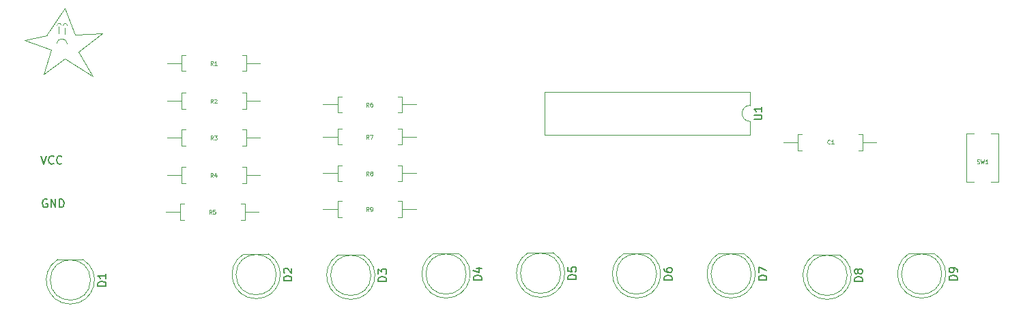
<source format=gto>
%TF.GenerationSoftware,KiCad,Pcbnew,5.1.9+dfsg1-1*%
%TF.CreationDate,2021-09-18T19:11:01-05:00*%
%TF.ProjectId,larson_scanner,6c617273-6f6e-45f7-9363-616e6e65722e,rev?*%
%TF.SameCoordinates,Original*%
%TF.FileFunction,Legend,Top*%
%TF.FilePolarity,Positive*%
%FSLAX46Y46*%
G04 Gerber Fmt 4.6, Leading zero omitted, Abs format (unit mm)*
G04 Created by KiCad (PCBNEW 5.1.9+dfsg1-1) date 2021-09-18 19:11:01*
%MOMM*%
%LPD*%
G01*
G04 APERTURE LIST*
%ADD10C,0.120000*%
%ADD11C,0.150000*%
%ADD12C,0.050000*%
%ADD13C,3.000000*%
%ADD14C,1.800000*%
%ADD15R,1.800000X1.800000*%
%ADD16C,1.400000*%
%ADD17O,1.400000X1.400000*%
%ADD18C,2.000000*%
%ADD19O,1.600000X1.600000*%
%ADD20R,1.600000X1.600000*%
G04 APERTURE END LIST*
D10*
%TO.C,D4*%
X147255000Y-94060000D02*
X144165000Y-94060000D01*
X148210000Y-96620000D02*
G75*
G03*
X148210000Y-96620000I-2500000J0D01*
G01*
X145710462Y-99610000D02*
G75*
G02*
X144165170Y-94060000I-462J2990000D01*
G01*
X145709538Y-99610000D02*
G75*
G03*
X147254830Y-94060000I462J2990000D01*
G01*
%TO.C,R1*%
X113430000Y-69400000D02*
X112930000Y-69400000D01*
X113430000Y-71400000D02*
X112930000Y-71400000D01*
X120930000Y-69400000D02*
X120430000Y-69400000D01*
X120930000Y-71400000D02*
X120430000Y-71400000D01*
X112930000Y-69400000D02*
X112930000Y-71400000D01*
X120930000Y-69400000D02*
X120930000Y-71400000D01*
X112930000Y-70400000D02*
X110930000Y-70400000D01*
X122930000Y-70400000D02*
X120930000Y-70400000D01*
%TO.C,REF\u002A\u002A*%
X98436840Y-66013020D02*
X98416520Y-66805500D01*
X97644360Y-65891100D02*
X97664680Y-66703900D01*
X93455900Y-67590360D02*
X96206720Y-67003620D01*
X96719800Y-68766380D02*
X93455900Y-67590360D01*
X95767300Y-71811840D02*
X96719800Y-68766380D01*
X98408900Y-69866200D02*
X95767300Y-71811840D01*
X101858220Y-72068380D02*
X98408900Y-69866200D01*
X100133560Y-69022920D02*
X101858220Y-72068380D01*
X103105360Y-66673420D02*
X100133560Y-69022920D01*
X99691600Y-66894400D02*
X103105360Y-66673420D01*
X98408900Y-63556840D02*
X99691600Y-66894400D01*
X96097500Y-66968060D02*
X98408900Y-63556840D01*
X98224013Y-65748188D02*
G75*
G02*
X98726399Y-65726001I250927J17108D01*
G01*
X97459473Y-65730408D02*
G75*
G02*
X97961859Y-65708221I250927J17108D01*
G01*
X97402833Y-67976815D02*
G75*
G02*
X98701000Y-68004380I647928J-68204D01*
G01*
%TO.C,SW1*%
X213260000Y-85170000D02*
X214260000Y-85170000D01*
X210260000Y-85170000D02*
X211260000Y-85170000D01*
X213260000Y-79170000D02*
X214260000Y-79170000D01*
X214260000Y-79170000D02*
X214260000Y-85170000D01*
X210260000Y-79170000D02*
X210260000Y-85170000D01*
X210260000Y-79170000D02*
X211260000Y-79170000D01*
%TO.C,U1*%
X183440000Y-79300000D02*
X183440000Y-77650000D01*
X157920000Y-79300000D02*
X183440000Y-79300000D01*
X157920000Y-74000000D02*
X157920000Y-79300000D01*
X183440000Y-74000000D02*
X157920000Y-74000000D01*
X183440000Y-75650000D02*
X183440000Y-74000000D01*
X183440000Y-77650000D02*
G75*
G02*
X183440000Y-75650000I0J1000000D01*
G01*
%TO.C,R9*%
X132750000Y-87550000D02*
X132250000Y-87550000D01*
X132750000Y-89550000D02*
X132250000Y-89550000D01*
X140250000Y-87550000D02*
X139750000Y-87550000D01*
X140250000Y-89550000D02*
X139750000Y-89550000D01*
X132250000Y-87550000D02*
X132250000Y-89550000D01*
X140250000Y-87550000D02*
X140250000Y-89550000D01*
X132250000Y-88550000D02*
X130250000Y-88550000D01*
X142250000Y-88550000D02*
X140250000Y-88550000D01*
%TO.C,R8*%
X132750000Y-83100000D02*
X132250000Y-83100000D01*
X132750000Y-85100000D02*
X132250000Y-85100000D01*
X140250000Y-83100000D02*
X139750000Y-83100000D01*
X140250000Y-85100000D02*
X139750000Y-85100000D01*
X132250000Y-83100000D02*
X132250000Y-85100000D01*
X140250000Y-83100000D02*
X140250000Y-85100000D01*
X132250000Y-84100000D02*
X130250000Y-84100000D01*
X142250000Y-84100000D02*
X140250000Y-84100000D01*
%TO.C,R7*%
X132750000Y-78550000D02*
X132250000Y-78550000D01*
X132750000Y-80550000D02*
X132250000Y-80550000D01*
X140250000Y-78550000D02*
X139750000Y-78550000D01*
X140250000Y-80550000D02*
X139750000Y-80550000D01*
X132250000Y-78550000D02*
X132250000Y-80550000D01*
X140250000Y-78550000D02*
X140250000Y-80550000D01*
X132250000Y-79550000D02*
X130250000Y-79550000D01*
X142250000Y-79550000D02*
X140250000Y-79550000D01*
%TO.C,R6*%
X132750000Y-74550000D02*
X132250000Y-74550000D01*
X132750000Y-76550000D02*
X132250000Y-76550000D01*
X140250000Y-74550000D02*
X139750000Y-74550000D01*
X140250000Y-76550000D02*
X139750000Y-76550000D01*
X132250000Y-74550000D02*
X132250000Y-76550000D01*
X140250000Y-74550000D02*
X140250000Y-76550000D01*
X132250000Y-75550000D02*
X130250000Y-75550000D01*
X142250000Y-75550000D02*
X140250000Y-75550000D01*
%TO.C,R5*%
X113250000Y-87880000D02*
X112750000Y-87880000D01*
X113250000Y-89880000D02*
X112750000Y-89880000D01*
X120750000Y-87880000D02*
X120250000Y-87880000D01*
X120750000Y-89880000D02*
X120250000Y-89880000D01*
X112750000Y-87880000D02*
X112750000Y-89880000D01*
X120750000Y-87880000D02*
X120750000Y-89880000D01*
X112750000Y-88880000D02*
X110750000Y-88880000D01*
X122750000Y-88880000D02*
X120750000Y-88880000D01*
%TO.C,R4*%
X113430000Y-83340000D02*
X112930000Y-83340000D01*
X113430000Y-85340000D02*
X112930000Y-85340000D01*
X120930000Y-83340000D02*
X120430000Y-83340000D01*
X120930000Y-85340000D02*
X120430000Y-85340000D01*
X112930000Y-83340000D02*
X112930000Y-85340000D01*
X120930000Y-83340000D02*
X120930000Y-85340000D01*
X112930000Y-84340000D02*
X110930000Y-84340000D01*
X122930000Y-84340000D02*
X120930000Y-84340000D01*
%TO.C,R3*%
X113430000Y-78660000D02*
X112930000Y-78660000D01*
X113430000Y-80660000D02*
X112930000Y-80660000D01*
X120930000Y-78660000D02*
X120430000Y-78660000D01*
X120930000Y-80660000D02*
X120430000Y-80660000D01*
X112930000Y-78660000D02*
X112930000Y-80660000D01*
X120930000Y-78660000D02*
X120930000Y-80660000D01*
X112930000Y-79660000D02*
X110930000Y-79660000D01*
X122930000Y-79660000D02*
X120930000Y-79660000D01*
%TO.C,R2*%
X113430000Y-74120000D02*
X112930000Y-74120000D01*
X113430000Y-76120000D02*
X112930000Y-76120000D01*
X120930000Y-74120000D02*
X120430000Y-74120000D01*
X120930000Y-76120000D02*
X120430000Y-76120000D01*
X112930000Y-74120000D02*
X112930000Y-76120000D01*
X120930000Y-74120000D02*
X120930000Y-76120000D01*
X112930000Y-75120000D02*
X110930000Y-75120000D01*
X122930000Y-75120000D02*
X120930000Y-75120000D01*
%TO.C,D9*%
X206255000Y-94060000D02*
X203165000Y-94060000D01*
X207210000Y-96620000D02*
G75*
G03*
X207210000Y-96620000I-2500000J0D01*
G01*
X204710462Y-99610000D02*
G75*
G02*
X203165170Y-94060000I-462J2990000D01*
G01*
X204709538Y-99610000D02*
G75*
G03*
X206254830Y-94060000I462J2990000D01*
G01*
%TO.C,D8*%
X194525000Y-94230000D02*
X191435000Y-94230000D01*
X195480000Y-96790000D02*
G75*
G03*
X195480000Y-96790000I-2500000J0D01*
G01*
X192980462Y-99780000D02*
G75*
G02*
X191435170Y-94230000I-462J2990000D01*
G01*
X192979538Y-99780000D02*
G75*
G03*
X194524830Y-94230000I462J2990000D01*
G01*
%TO.C,D7*%
X182625000Y-94060000D02*
X179535000Y-94060000D01*
X183580000Y-96620000D02*
G75*
G03*
X183580000Y-96620000I-2500000J0D01*
G01*
X181080462Y-99610000D02*
G75*
G02*
X179535170Y-94060000I-462J2990000D01*
G01*
X181079538Y-99610000D02*
G75*
G03*
X182624830Y-94060000I462J2990000D01*
G01*
%TO.C,D6*%
X170885000Y-94060000D02*
X167795000Y-94060000D01*
X171840000Y-96620000D02*
G75*
G03*
X171840000Y-96620000I-2500000J0D01*
G01*
X169340462Y-99610000D02*
G75*
G02*
X167795170Y-94060000I-462J2990000D01*
G01*
X169339538Y-99610000D02*
G75*
G03*
X170884830Y-94060000I462J2990000D01*
G01*
%TO.C,D5*%
X158985000Y-93970000D02*
X155895000Y-93970000D01*
X159940000Y-96530000D02*
G75*
G03*
X159940000Y-96530000I-2500000J0D01*
G01*
X157440462Y-99520000D02*
G75*
G02*
X155895170Y-93970000I-462J2990000D01*
G01*
X157439538Y-99520000D02*
G75*
G03*
X158984830Y-93970000I462J2990000D01*
G01*
%TO.C,D3*%
X135435000Y-94230000D02*
X132345000Y-94230000D01*
X136390000Y-96790000D02*
G75*
G03*
X136390000Y-96790000I-2500000J0D01*
G01*
X133890462Y-99780000D02*
G75*
G02*
X132345170Y-94230000I-462J2990000D01*
G01*
X133889538Y-99780000D02*
G75*
G03*
X135434830Y-94230000I462J2990000D01*
G01*
%TO.C,D2*%
X123695000Y-94140000D02*
X120605000Y-94140000D01*
X124650000Y-96700000D02*
G75*
G03*
X124650000Y-96700000I-2500000J0D01*
G01*
X122150462Y-99690000D02*
G75*
G02*
X120605170Y-94140000I-462J2990000D01*
G01*
X122149538Y-99690000D02*
G75*
G03*
X123694830Y-94140000I462J2990000D01*
G01*
%TO.C,D1*%
X100645000Y-94810000D02*
X97555000Y-94810000D01*
X101600000Y-97370000D02*
G75*
G03*
X101600000Y-97370000I-2500000J0D01*
G01*
X99100462Y-100360000D02*
G75*
G02*
X97555170Y-94810000I-462J2990000D01*
G01*
X99099538Y-100360000D02*
G75*
G03*
X100644830Y-94810000I462J2990000D01*
G01*
%TO.C,C1*%
X196870000Y-81270000D02*
X197370000Y-81270000D01*
X196870000Y-79270000D02*
X197370000Y-79270000D01*
X189370000Y-81270000D02*
X189870000Y-81270000D01*
X189370000Y-79270000D02*
X189870000Y-79270000D01*
X197370000Y-81270000D02*
X197370000Y-79270000D01*
X189370000Y-81270000D02*
X189370000Y-79270000D01*
X197370000Y-80270000D02*
X199370000Y-80270000D01*
X187370000Y-80270000D02*
X189370000Y-80270000D01*
%TO.C,REF\u002A\u002A*%
D11*
X96213595Y-87378760D02*
X96118357Y-87331140D01*
X95975500Y-87331140D01*
X95832642Y-87378760D01*
X95737404Y-87473998D01*
X95689785Y-87569236D01*
X95642166Y-87759712D01*
X95642166Y-87902569D01*
X95689785Y-88093045D01*
X95737404Y-88188283D01*
X95832642Y-88283521D01*
X95975500Y-88331140D01*
X96070738Y-88331140D01*
X96213595Y-88283521D01*
X96261214Y-88235902D01*
X96261214Y-87902569D01*
X96070738Y-87902569D01*
X96689785Y-88331140D02*
X96689785Y-87331140D01*
X97261214Y-88331140D01*
X97261214Y-87331140D01*
X97737404Y-88331140D02*
X97737404Y-87331140D01*
X97975500Y-87331140D01*
X98118357Y-87378760D01*
X98213595Y-87473998D01*
X98261214Y-87569236D01*
X98308833Y-87759712D01*
X98308833Y-87902569D01*
X98261214Y-88093045D01*
X98213595Y-88188283D01*
X98118357Y-88283521D01*
X97975500Y-88331140D01*
X97737404Y-88331140D01*
X95461826Y-81948880D02*
X95795160Y-82948880D01*
X96128493Y-81948880D01*
X97033255Y-82853642D02*
X96985636Y-82901261D01*
X96842779Y-82948880D01*
X96747540Y-82948880D01*
X96604683Y-82901261D01*
X96509445Y-82806023D01*
X96461826Y-82710785D01*
X96414207Y-82520309D01*
X96414207Y-82377452D01*
X96461826Y-82186976D01*
X96509445Y-82091738D01*
X96604683Y-81996500D01*
X96747540Y-81948880D01*
X96842779Y-81948880D01*
X96985636Y-81996500D01*
X97033255Y-82044119D01*
X98033255Y-82853642D02*
X97985636Y-82901261D01*
X97842779Y-82948880D01*
X97747540Y-82948880D01*
X97604683Y-82901261D01*
X97509445Y-82806023D01*
X97461826Y-82710785D01*
X97414207Y-82520309D01*
X97414207Y-82377452D01*
X97461826Y-82186976D01*
X97509445Y-82091738D01*
X97604683Y-81996500D01*
X97747540Y-81948880D01*
X97842779Y-81948880D01*
X97985636Y-81996500D01*
X98033255Y-82044119D01*
%TO.C,D4*%
X150122380Y-97358095D02*
X149122380Y-97358095D01*
X149122380Y-97120000D01*
X149170000Y-96977142D01*
X149265238Y-96881904D01*
X149360476Y-96834285D01*
X149550952Y-96786666D01*
X149693809Y-96786666D01*
X149884285Y-96834285D01*
X149979523Y-96881904D01*
X150074761Y-96977142D01*
X150122380Y-97120000D01*
X150122380Y-97358095D01*
X149455714Y-95929523D02*
X150122380Y-95929523D01*
X149074761Y-96167619D02*
X149789047Y-96405714D01*
X149789047Y-95786666D01*
%TO.C,R1*%
D12*
X116793326Y-70671910D02*
X116626660Y-70433815D01*
X116507612Y-70671910D02*
X116507612Y-70171910D01*
X116698088Y-70171910D01*
X116745707Y-70195720D01*
X116769517Y-70219529D01*
X116793326Y-70267148D01*
X116793326Y-70338577D01*
X116769517Y-70386196D01*
X116745707Y-70410005D01*
X116698088Y-70433815D01*
X116507612Y-70433815D01*
X117269517Y-70671910D02*
X116983802Y-70671910D01*
X117126660Y-70671910D02*
X117126660Y-70171910D01*
X117079040Y-70243339D01*
X117031421Y-70290958D01*
X116983802Y-70314767D01*
%TO.C,SW1*%
X211593333Y-82872380D02*
X211664761Y-82896190D01*
X211783809Y-82896190D01*
X211831428Y-82872380D01*
X211855238Y-82848571D01*
X211879047Y-82800952D01*
X211879047Y-82753333D01*
X211855238Y-82705714D01*
X211831428Y-82681904D01*
X211783809Y-82658095D01*
X211688571Y-82634285D01*
X211640952Y-82610476D01*
X211617142Y-82586666D01*
X211593333Y-82539047D01*
X211593333Y-82491428D01*
X211617142Y-82443809D01*
X211640952Y-82420000D01*
X211688571Y-82396190D01*
X211807619Y-82396190D01*
X211879047Y-82420000D01*
X212045714Y-82396190D02*
X212164761Y-82896190D01*
X212260000Y-82539047D01*
X212355238Y-82896190D01*
X212474285Y-82396190D01*
X212926666Y-82896190D02*
X212640952Y-82896190D01*
X212783809Y-82896190D02*
X212783809Y-82396190D01*
X212736190Y-82467619D01*
X212688571Y-82515238D01*
X212640952Y-82539047D01*
%TO.C,U1*%
D11*
X183892380Y-77411904D02*
X184701904Y-77411904D01*
X184797142Y-77364285D01*
X184844761Y-77316666D01*
X184892380Y-77221428D01*
X184892380Y-77030952D01*
X184844761Y-76935714D01*
X184797142Y-76888095D01*
X184701904Y-76840476D01*
X183892380Y-76840476D01*
X184892380Y-75840476D02*
X184892380Y-76411904D01*
X184892380Y-76126190D02*
X183892380Y-76126190D01*
X184035238Y-76221428D01*
X184130476Y-76316666D01*
X184178095Y-76411904D01*
%TO.C,R9*%
D12*
X136113326Y-88821910D02*
X135946660Y-88583815D01*
X135827612Y-88821910D02*
X135827612Y-88321910D01*
X136018088Y-88321910D01*
X136065707Y-88345720D01*
X136089517Y-88369529D01*
X136113326Y-88417148D01*
X136113326Y-88488577D01*
X136089517Y-88536196D01*
X136065707Y-88560005D01*
X136018088Y-88583815D01*
X135827612Y-88583815D01*
X136351421Y-88821910D02*
X136446660Y-88821910D01*
X136494279Y-88798100D01*
X136518088Y-88774291D01*
X136565707Y-88702862D01*
X136589517Y-88607624D01*
X136589517Y-88417148D01*
X136565707Y-88369529D01*
X136541898Y-88345720D01*
X136494279Y-88321910D01*
X136399040Y-88321910D01*
X136351421Y-88345720D01*
X136327612Y-88369529D01*
X136303802Y-88417148D01*
X136303802Y-88536196D01*
X136327612Y-88583815D01*
X136351421Y-88607624D01*
X136399040Y-88631434D01*
X136494279Y-88631434D01*
X136541898Y-88607624D01*
X136565707Y-88583815D01*
X136589517Y-88536196D01*
%TO.C,R8*%
X136113326Y-84371910D02*
X135946660Y-84133815D01*
X135827612Y-84371910D02*
X135827612Y-83871910D01*
X136018088Y-83871910D01*
X136065707Y-83895720D01*
X136089517Y-83919529D01*
X136113326Y-83967148D01*
X136113326Y-84038577D01*
X136089517Y-84086196D01*
X136065707Y-84110005D01*
X136018088Y-84133815D01*
X135827612Y-84133815D01*
X136399040Y-84086196D02*
X136351421Y-84062386D01*
X136327612Y-84038577D01*
X136303802Y-83990958D01*
X136303802Y-83967148D01*
X136327612Y-83919529D01*
X136351421Y-83895720D01*
X136399040Y-83871910D01*
X136494279Y-83871910D01*
X136541898Y-83895720D01*
X136565707Y-83919529D01*
X136589517Y-83967148D01*
X136589517Y-83990958D01*
X136565707Y-84038577D01*
X136541898Y-84062386D01*
X136494279Y-84086196D01*
X136399040Y-84086196D01*
X136351421Y-84110005D01*
X136327612Y-84133815D01*
X136303802Y-84181434D01*
X136303802Y-84276672D01*
X136327612Y-84324291D01*
X136351421Y-84348100D01*
X136399040Y-84371910D01*
X136494279Y-84371910D01*
X136541898Y-84348100D01*
X136565707Y-84324291D01*
X136589517Y-84276672D01*
X136589517Y-84181434D01*
X136565707Y-84133815D01*
X136541898Y-84110005D01*
X136494279Y-84086196D01*
%TO.C,R7*%
X136113326Y-79821910D02*
X135946660Y-79583815D01*
X135827612Y-79821910D02*
X135827612Y-79321910D01*
X136018088Y-79321910D01*
X136065707Y-79345720D01*
X136089517Y-79369529D01*
X136113326Y-79417148D01*
X136113326Y-79488577D01*
X136089517Y-79536196D01*
X136065707Y-79560005D01*
X136018088Y-79583815D01*
X135827612Y-79583815D01*
X136279993Y-79321910D02*
X136613326Y-79321910D01*
X136399040Y-79821910D01*
%TO.C,R6*%
X136113326Y-75821910D02*
X135946660Y-75583815D01*
X135827612Y-75821910D02*
X135827612Y-75321910D01*
X136018088Y-75321910D01*
X136065707Y-75345720D01*
X136089517Y-75369529D01*
X136113326Y-75417148D01*
X136113326Y-75488577D01*
X136089517Y-75536196D01*
X136065707Y-75560005D01*
X136018088Y-75583815D01*
X135827612Y-75583815D01*
X136541898Y-75321910D02*
X136446660Y-75321910D01*
X136399040Y-75345720D01*
X136375231Y-75369529D01*
X136327612Y-75440958D01*
X136303802Y-75536196D01*
X136303802Y-75726672D01*
X136327612Y-75774291D01*
X136351421Y-75798100D01*
X136399040Y-75821910D01*
X136494279Y-75821910D01*
X136541898Y-75798100D01*
X136565707Y-75774291D01*
X136589517Y-75726672D01*
X136589517Y-75607624D01*
X136565707Y-75560005D01*
X136541898Y-75536196D01*
X136494279Y-75512386D01*
X136399040Y-75512386D01*
X136351421Y-75536196D01*
X136327612Y-75560005D01*
X136303802Y-75607624D01*
%TO.C,R5*%
X116613326Y-89151910D02*
X116446660Y-88913815D01*
X116327612Y-89151910D02*
X116327612Y-88651910D01*
X116518088Y-88651910D01*
X116565707Y-88675720D01*
X116589517Y-88699529D01*
X116613326Y-88747148D01*
X116613326Y-88818577D01*
X116589517Y-88866196D01*
X116565707Y-88890005D01*
X116518088Y-88913815D01*
X116327612Y-88913815D01*
X117065707Y-88651910D02*
X116827612Y-88651910D01*
X116803802Y-88890005D01*
X116827612Y-88866196D01*
X116875231Y-88842386D01*
X116994279Y-88842386D01*
X117041898Y-88866196D01*
X117065707Y-88890005D01*
X117089517Y-88937624D01*
X117089517Y-89056672D01*
X117065707Y-89104291D01*
X117041898Y-89128100D01*
X116994279Y-89151910D01*
X116875231Y-89151910D01*
X116827612Y-89128100D01*
X116803802Y-89104291D01*
%TO.C,R4*%
X116793326Y-84611910D02*
X116626660Y-84373815D01*
X116507612Y-84611910D02*
X116507612Y-84111910D01*
X116698088Y-84111910D01*
X116745707Y-84135720D01*
X116769517Y-84159529D01*
X116793326Y-84207148D01*
X116793326Y-84278577D01*
X116769517Y-84326196D01*
X116745707Y-84350005D01*
X116698088Y-84373815D01*
X116507612Y-84373815D01*
X117221898Y-84278577D02*
X117221898Y-84611910D01*
X117102850Y-84088100D02*
X116983802Y-84445243D01*
X117293326Y-84445243D01*
%TO.C,R3*%
X116793326Y-79931910D02*
X116626660Y-79693815D01*
X116507612Y-79931910D02*
X116507612Y-79431910D01*
X116698088Y-79431910D01*
X116745707Y-79455720D01*
X116769517Y-79479529D01*
X116793326Y-79527148D01*
X116793326Y-79598577D01*
X116769517Y-79646196D01*
X116745707Y-79670005D01*
X116698088Y-79693815D01*
X116507612Y-79693815D01*
X116959993Y-79431910D02*
X117269517Y-79431910D01*
X117102850Y-79622386D01*
X117174279Y-79622386D01*
X117221898Y-79646196D01*
X117245707Y-79670005D01*
X117269517Y-79717624D01*
X117269517Y-79836672D01*
X117245707Y-79884291D01*
X117221898Y-79908100D01*
X117174279Y-79931910D01*
X117031421Y-79931910D01*
X116983802Y-79908100D01*
X116959993Y-79884291D01*
%TO.C,R2*%
X116793326Y-75391910D02*
X116626660Y-75153815D01*
X116507612Y-75391910D02*
X116507612Y-74891910D01*
X116698088Y-74891910D01*
X116745707Y-74915720D01*
X116769517Y-74939529D01*
X116793326Y-74987148D01*
X116793326Y-75058577D01*
X116769517Y-75106196D01*
X116745707Y-75130005D01*
X116698088Y-75153815D01*
X116507612Y-75153815D01*
X116983802Y-74939529D02*
X117007612Y-74915720D01*
X117055231Y-74891910D01*
X117174279Y-74891910D01*
X117221898Y-74915720D01*
X117245707Y-74939529D01*
X117269517Y-74987148D01*
X117269517Y-75034767D01*
X117245707Y-75106196D01*
X116959993Y-75391910D01*
X117269517Y-75391910D01*
%TO.C,D9*%
D11*
X209122380Y-97358095D02*
X208122380Y-97358095D01*
X208122380Y-97120000D01*
X208170000Y-96977142D01*
X208265238Y-96881904D01*
X208360476Y-96834285D01*
X208550952Y-96786666D01*
X208693809Y-96786666D01*
X208884285Y-96834285D01*
X208979523Y-96881904D01*
X209074761Y-96977142D01*
X209122380Y-97120000D01*
X209122380Y-97358095D01*
X209122380Y-96310476D02*
X209122380Y-96120000D01*
X209074761Y-96024761D01*
X209027142Y-95977142D01*
X208884285Y-95881904D01*
X208693809Y-95834285D01*
X208312857Y-95834285D01*
X208217619Y-95881904D01*
X208170000Y-95929523D01*
X208122380Y-96024761D01*
X208122380Y-96215238D01*
X208170000Y-96310476D01*
X208217619Y-96358095D01*
X208312857Y-96405714D01*
X208550952Y-96405714D01*
X208646190Y-96358095D01*
X208693809Y-96310476D01*
X208741428Y-96215238D01*
X208741428Y-96024761D01*
X208693809Y-95929523D01*
X208646190Y-95881904D01*
X208550952Y-95834285D01*
%TO.C,D8*%
X197392380Y-97528095D02*
X196392380Y-97528095D01*
X196392380Y-97290000D01*
X196440000Y-97147142D01*
X196535238Y-97051904D01*
X196630476Y-97004285D01*
X196820952Y-96956666D01*
X196963809Y-96956666D01*
X197154285Y-97004285D01*
X197249523Y-97051904D01*
X197344761Y-97147142D01*
X197392380Y-97290000D01*
X197392380Y-97528095D01*
X196820952Y-96385238D02*
X196773333Y-96480476D01*
X196725714Y-96528095D01*
X196630476Y-96575714D01*
X196582857Y-96575714D01*
X196487619Y-96528095D01*
X196440000Y-96480476D01*
X196392380Y-96385238D01*
X196392380Y-96194761D01*
X196440000Y-96099523D01*
X196487619Y-96051904D01*
X196582857Y-96004285D01*
X196630476Y-96004285D01*
X196725714Y-96051904D01*
X196773333Y-96099523D01*
X196820952Y-96194761D01*
X196820952Y-96385238D01*
X196868571Y-96480476D01*
X196916190Y-96528095D01*
X197011428Y-96575714D01*
X197201904Y-96575714D01*
X197297142Y-96528095D01*
X197344761Y-96480476D01*
X197392380Y-96385238D01*
X197392380Y-96194761D01*
X197344761Y-96099523D01*
X197297142Y-96051904D01*
X197201904Y-96004285D01*
X197011428Y-96004285D01*
X196916190Y-96051904D01*
X196868571Y-96099523D01*
X196820952Y-96194761D01*
%TO.C,D7*%
X185492380Y-97358095D02*
X184492380Y-97358095D01*
X184492380Y-97120000D01*
X184540000Y-96977142D01*
X184635238Y-96881904D01*
X184730476Y-96834285D01*
X184920952Y-96786666D01*
X185063809Y-96786666D01*
X185254285Y-96834285D01*
X185349523Y-96881904D01*
X185444761Y-96977142D01*
X185492380Y-97120000D01*
X185492380Y-97358095D01*
X184492380Y-96453333D02*
X184492380Y-95786666D01*
X185492380Y-96215238D01*
%TO.C,D6*%
X173752380Y-97358095D02*
X172752380Y-97358095D01*
X172752380Y-97120000D01*
X172800000Y-96977142D01*
X172895238Y-96881904D01*
X172990476Y-96834285D01*
X173180952Y-96786666D01*
X173323809Y-96786666D01*
X173514285Y-96834285D01*
X173609523Y-96881904D01*
X173704761Y-96977142D01*
X173752380Y-97120000D01*
X173752380Y-97358095D01*
X172752380Y-95929523D02*
X172752380Y-96120000D01*
X172800000Y-96215238D01*
X172847619Y-96262857D01*
X172990476Y-96358095D01*
X173180952Y-96405714D01*
X173561904Y-96405714D01*
X173657142Y-96358095D01*
X173704761Y-96310476D01*
X173752380Y-96215238D01*
X173752380Y-96024761D01*
X173704761Y-95929523D01*
X173657142Y-95881904D01*
X173561904Y-95834285D01*
X173323809Y-95834285D01*
X173228571Y-95881904D01*
X173180952Y-95929523D01*
X173133333Y-96024761D01*
X173133333Y-96215238D01*
X173180952Y-96310476D01*
X173228571Y-96358095D01*
X173323809Y-96405714D01*
%TO.C,D5*%
X161852380Y-97268095D02*
X160852380Y-97268095D01*
X160852380Y-97030000D01*
X160900000Y-96887142D01*
X160995238Y-96791904D01*
X161090476Y-96744285D01*
X161280952Y-96696666D01*
X161423809Y-96696666D01*
X161614285Y-96744285D01*
X161709523Y-96791904D01*
X161804761Y-96887142D01*
X161852380Y-97030000D01*
X161852380Y-97268095D01*
X160852380Y-95791904D02*
X160852380Y-96268095D01*
X161328571Y-96315714D01*
X161280952Y-96268095D01*
X161233333Y-96172857D01*
X161233333Y-95934761D01*
X161280952Y-95839523D01*
X161328571Y-95791904D01*
X161423809Y-95744285D01*
X161661904Y-95744285D01*
X161757142Y-95791904D01*
X161804761Y-95839523D01*
X161852380Y-95934761D01*
X161852380Y-96172857D01*
X161804761Y-96268095D01*
X161757142Y-96315714D01*
%TO.C,D3*%
X138302380Y-97528095D02*
X137302380Y-97528095D01*
X137302380Y-97290000D01*
X137350000Y-97147142D01*
X137445238Y-97051904D01*
X137540476Y-97004285D01*
X137730952Y-96956666D01*
X137873809Y-96956666D01*
X138064285Y-97004285D01*
X138159523Y-97051904D01*
X138254761Y-97147142D01*
X138302380Y-97290000D01*
X138302380Y-97528095D01*
X137302380Y-96623333D02*
X137302380Y-96004285D01*
X137683333Y-96337619D01*
X137683333Y-96194761D01*
X137730952Y-96099523D01*
X137778571Y-96051904D01*
X137873809Y-96004285D01*
X138111904Y-96004285D01*
X138207142Y-96051904D01*
X138254761Y-96099523D01*
X138302380Y-96194761D01*
X138302380Y-96480476D01*
X138254761Y-96575714D01*
X138207142Y-96623333D01*
%TO.C,D2*%
X126562380Y-97438095D02*
X125562380Y-97438095D01*
X125562380Y-97200000D01*
X125610000Y-97057142D01*
X125705238Y-96961904D01*
X125800476Y-96914285D01*
X125990952Y-96866666D01*
X126133809Y-96866666D01*
X126324285Y-96914285D01*
X126419523Y-96961904D01*
X126514761Y-97057142D01*
X126562380Y-97200000D01*
X126562380Y-97438095D01*
X125657619Y-96485714D02*
X125610000Y-96438095D01*
X125562380Y-96342857D01*
X125562380Y-96104761D01*
X125610000Y-96009523D01*
X125657619Y-95961904D01*
X125752857Y-95914285D01*
X125848095Y-95914285D01*
X125990952Y-95961904D01*
X126562380Y-96533333D01*
X126562380Y-95914285D01*
%TO.C,D1*%
X103512380Y-98108095D02*
X102512380Y-98108095D01*
X102512380Y-97870000D01*
X102560000Y-97727142D01*
X102655238Y-97631904D01*
X102750476Y-97584285D01*
X102940952Y-97536666D01*
X103083809Y-97536666D01*
X103274285Y-97584285D01*
X103369523Y-97631904D01*
X103464761Y-97727142D01*
X103512380Y-97870000D01*
X103512380Y-98108095D01*
X103512380Y-96584285D02*
X103512380Y-97155714D01*
X103512380Y-96870000D02*
X102512380Y-96870000D01*
X102655238Y-96965238D01*
X102750476Y-97060476D01*
X102798095Y-97155714D01*
%TO.C,C1*%
D12*
X193340006Y-80402851D02*
X193316197Y-80426660D01*
X193244768Y-80450470D01*
X193197149Y-80450470D01*
X193125720Y-80426660D01*
X193078101Y-80379041D01*
X193054292Y-80331422D01*
X193030482Y-80236184D01*
X193030482Y-80164756D01*
X193054292Y-80069518D01*
X193078101Y-80021899D01*
X193125720Y-79974280D01*
X193197149Y-79950470D01*
X193244768Y-79950470D01*
X193316197Y-79974280D01*
X193340006Y-79998089D01*
X193816197Y-80450470D02*
X193530482Y-80450470D01*
X193673340Y-80450470D02*
X193673340Y-79950470D01*
X193625720Y-80021899D01*
X193578101Y-80069518D01*
X193530482Y-80093327D01*
%TD*%
%LPC*%
D13*
%TO.C,REF\u002A\u002A*%
X93645560Y-87825420D03*
X93620160Y-82514280D03*
%TD*%
D14*
%TO.C,D4*%
X145710000Y-97890000D03*
D15*
X145710000Y-95350000D03*
%TD*%
D16*
%TO.C,R1*%
X123430000Y-70400000D03*
D17*
X110430000Y-70400000D03*
%TD*%
D18*
%TO.C,SW1*%
X212260000Y-85170000D03*
X212260000Y-79170000D03*
%TD*%
D19*
%TO.C,U1*%
X182110000Y-80460000D03*
X159250000Y-72840000D03*
X179570000Y-80460000D03*
X161790000Y-72840000D03*
X177030000Y-80460000D03*
X164330000Y-72840000D03*
X174490000Y-80460000D03*
X166870000Y-72840000D03*
X171950000Y-80460000D03*
X169410000Y-72840000D03*
X169410000Y-80460000D03*
X171950000Y-72840000D03*
X166870000Y-80460000D03*
X174490000Y-72840000D03*
X164330000Y-80460000D03*
X177030000Y-72840000D03*
X161790000Y-80460000D03*
X179570000Y-72840000D03*
X159250000Y-80460000D03*
D20*
X182110000Y-72840000D03*
%TD*%
D16*
%TO.C,R9*%
X142750000Y-88550000D03*
D17*
X129750000Y-88550000D03*
%TD*%
D16*
%TO.C,R8*%
X142750000Y-84100000D03*
D17*
X129750000Y-84100000D03*
%TD*%
D16*
%TO.C,R7*%
X142750000Y-79550000D03*
D17*
X129750000Y-79550000D03*
%TD*%
D16*
%TO.C,R6*%
X142750000Y-75550000D03*
D17*
X129750000Y-75550000D03*
%TD*%
D16*
%TO.C,R5*%
X123250000Y-88880000D03*
D17*
X110250000Y-88880000D03*
%TD*%
D16*
%TO.C,R4*%
X123430000Y-84340000D03*
D17*
X110430000Y-84340000D03*
%TD*%
D16*
%TO.C,R3*%
X123430000Y-79660000D03*
D17*
X110430000Y-79660000D03*
%TD*%
D16*
%TO.C,R2*%
X123430000Y-75120000D03*
D17*
X110430000Y-75120000D03*
%TD*%
D14*
%TO.C,D9*%
X204710000Y-97890000D03*
D15*
X204710000Y-95350000D03*
%TD*%
D14*
%TO.C,D8*%
X192980000Y-98060000D03*
D15*
X192980000Y-95520000D03*
%TD*%
D14*
%TO.C,D7*%
X181080000Y-97890000D03*
D15*
X181080000Y-95350000D03*
%TD*%
D14*
%TO.C,D6*%
X169340000Y-97890000D03*
D15*
X169340000Y-95350000D03*
%TD*%
D14*
%TO.C,D5*%
X157440000Y-97800000D03*
D15*
X157440000Y-95260000D03*
%TD*%
D14*
%TO.C,D3*%
X133890000Y-98060000D03*
D15*
X133890000Y-95520000D03*
%TD*%
D14*
%TO.C,D2*%
X122150000Y-97970000D03*
D15*
X122150000Y-95430000D03*
%TD*%
D14*
%TO.C,D1*%
X99100000Y-98640000D03*
D15*
X99100000Y-96100000D03*
%TD*%
D16*
%TO.C,C1*%
X186870000Y-80270000D03*
D17*
X199870000Y-80270000D03*
%TD*%
M02*

</source>
